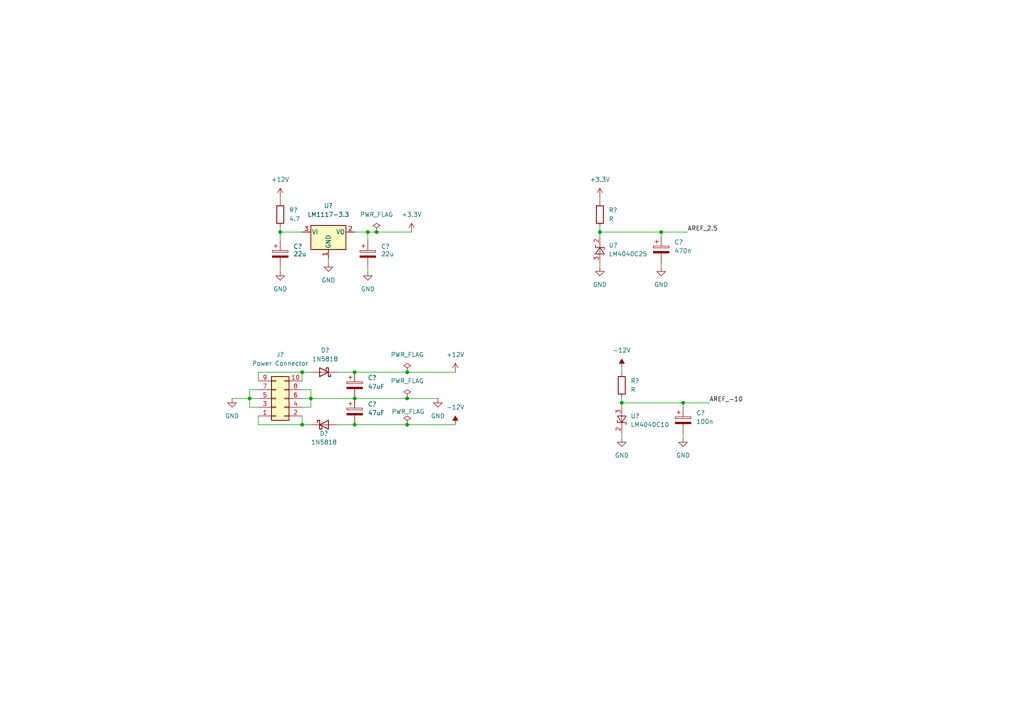
<source format=kicad_sch>
(kicad_sch (version 20211123) (generator eeschema)
  (paper "A4")
  (lib_symbols
    (symbol "Connector_Generic:Conn_02x05_Odd_Even" (pin_names (offset 1.016) hide)
      (property "Reference" "J" (at 1.27 7.62 0))
      (property "Value" "Conn_02x05_Odd_Even" (at 1.27 -7.62 0))
      (symbol "Conn_02x05_Odd_Even_1_1"
        (rectangle (start -1.27 -4.953) (end 0 -5.207) (stroke (width 0.1524)))
        (rectangle (start -1.27 -2.413) (end 0 -2.667) (stroke (width 0.1524)))
        (rectangle (start -1.27 0.127) (end 0 -0.127) (stroke (width 0.1524)))
        (rectangle (start -1.27 2.667) (end 0 2.413) (stroke (width 0.1524)))
        (rectangle (start -1.27 5.207) (end 0 4.953) (stroke (width 0.1524)))
        (rectangle (start -1.27 6.35) (end 3.81 -6.35) (stroke (width 0.254)) (fill (type background)))
        (rectangle (start 3.81 -4.953) (end 2.54 -5.207) (stroke (width 0.1524)))
        (rectangle (start 3.81 -2.413) (end 2.54 -2.667) (stroke (width 0.1524)))
        (rectangle (start 3.81 0.127) (end 2.54 -0.127) (stroke (width 0.1524)))
        (rectangle (start 3.81 2.667) (end 2.54 2.413) (stroke (width 0.1524)))
        (rectangle (start 3.81 5.207) (end 2.54 4.953) (stroke (width 0.1524)))
        (pin passive line (at -5.08 5.08 0) (length 3.81) (name "Pin_1") (number "1"))
        (pin passive line (at 7.62 -5.08 180) (length 3.81) (name "Pin_10") (number "10"))
        (pin passive line (at 7.62 5.08 180) (length 3.81) (name "Pin_2") (number "2"))
        (pin passive line (at -5.08 2.54 0) (length 3.81) (name "Pin_3") (number "3"))
        (pin passive line (at 7.62 2.54 180) (length 3.81) (name "Pin_4") (number "4"))
        (pin passive line (at -5.08 0 0) (length 3.81) (name "Pin_5") (number "5"))
        (pin passive line (at 7.62 0 180) (length 3.81) (name "Pin_6") (number "6"))
        (pin passive line (at -5.08 -2.54 0) (length 3.81) (name "Pin_7") (number "7"))
        (pin passive line (at 7.62 -2.54 180) (length 3.81) (name "Pin_8") (number "8"))
        (pin passive line (at -5.08 -5.08 0) (length 3.81) (name "Pin_9") (number "9"))
      )
    )
    (symbol "Device:C_Polarized" (pin_numbers hide) (pin_names (offset 0.254))
      (property "Reference" "C" (at 0.635 2.54 0))
      (property "Value" "C_Polarized" (at 0.635 -2.54 0))
      (symbol "C_Polarized_0_1"
        (rectangle (start -2.286 0.508) (end 2.286 1.016))
        (polyline (pts (xy -1.778 2.286) (xy -0.762 2.286)))
        (polyline (pts (xy -1.27 2.794) (xy -1.27 1.778)))
        (rectangle (start 2.286 -0.508) (end -2.286 -1.016) (fill (type outline)))
      )
      (symbol "C_Polarized_1_1"
        (pin passive line (at 0 3.81 270) (length 2.794) (name "~") (number "1"))
        (pin passive line (at 0 -3.81 90) (length 2.794) (name "~") (number "2"))
      )
    )
    (symbol "Device:R" (pin_numbers hide) (pin_names (offset 0))
      (property "Reference" "R" (at 2.032 0 90))
      (property "Value" "R" (at 0 0 90))
      (symbol "R_0_1"
        (rectangle (start -1.016 -2.54) (end 1.016 2.54) (stroke (width 0.254)))
      )
      (symbol "R_1_1"
        (pin passive line (at 0 3.81 270) (length 1.27) (name "~") (number "1"))
        (pin passive line (at 0 -3.81 90) (length 1.27) (name "~") (number "2"))
      )
    )
    (symbol "Diode:1N5818" (pin_numbers hide) (pin_names (offset 1.016) hide)
      (property "Reference" "D" (at 0 2.54 0))
      (property "Value" "1N5818" (at 0 -2.54 0))
      (symbol "1N5818_0_1"
        (polyline (pts (xy 1.27 0) (xy -1.27 0)))
        (polyline (pts (xy 1.27 1.27) (xy 1.27 -1.27) (xy -1.27 0) (xy 1.27 1.27)) (stroke (width 0.254)))
        (polyline (pts (xy -1.905 0.635) (xy -1.905 1.27) (xy -1.27 1.27) (xy -1.27 -1.27) (xy -0.635 -1.27) (xy -0.635 -0.635)) (stroke (width 0.254)))
      )
      (symbol "1N5818_1_1"
        (pin passive line (at -3.81 0 0) (length 2.54) (name "K") (number "1"))
        (pin passive line (at 3.81 0 180) (length 2.54) (name "A") (number "2"))
      )
    )
    (symbol "Reference_Voltage:LM4040LP-10" (pin_names (offset 0.0254) hide)
      (property "Reference" "U" (at 0 2.54 0))
      (property "Value" "LM4040LP-10" (at 0 -3.175 0))
      (symbol "LM4040LP-10_0_1"
        (polyline (pts (xy -1.27 0) (xy 0 0) (xy 1.27 0)))
        (polyline (pts (xy -1.27 -1.27) (xy 0.635 0) (xy -1.27 1.27) (xy -1.27 -1.27)) (stroke (width 0.2032)))
        (polyline (pts (xy 0 -1.27) (xy 0.635 -1.27) (xy 0.635 1.27) (xy 1.27 1.27)) (stroke (width 0.2032)))
      )
      (symbol "LM4040LP-10_1_1"
        (pin passive line (at 3.81 0 180) (length 2.54) (name "K") (number "2"))
        (pin passive line (at -3.81 0 0) (length 2.54) (name "A") (number "3"))
      )
    )
    (symbol "Reference_Voltage:LM4040LP-4.1" (pin_names (offset 0.0254) hide)
      (property "Reference" "U" (at 0 2.54 0))
      (property "Value" "LM4040LP-4.1" (at 0 -3.175 0))
      (symbol "LM4040LP-4.1_0_1"
        (polyline (pts (xy -1.27 0) (xy 0 0) (xy 1.27 0)))
        (polyline (pts (xy -1.27 -1.27) (xy 0.635 0) (xy -1.27 1.27) (xy -1.27 -1.27)) (stroke (width 0.2032)))
        (polyline (pts (xy 0 -1.27) (xy 0.635 -1.27) (xy 0.635 1.27) (xy 1.27 1.27)) (stroke (width 0.2032)))
      )
      (symbol "LM4040LP-4.1_1_1"
        (pin passive line (at 3.81 0 180) (length 2.54) (name "K") (number "2"))
        (pin passive line (at -3.81 0 0) (length 2.54) (name "A") (number "3"))
      )
    )
    (symbol "Regulator_Linear:LM1117-3.3" (pin_names (offset 0.254))
      (property "Reference" "U" (at -3.81 3.175 0))
      (property "Value" "LM1117-3.3" (at 0 3.175 0))
      (symbol "LM1117-3.3_0_1"
        (rectangle (start -5.08 -5.08) (end 5.08 1.905) (stroke (width 0.254)) (fill (type background)))
      )
      (symbol "LM1117-3.3_1_1"
        (pin power_in line (at 0 -7.62 90) (length 2.54) (name "GND") (number "1"))
        (pin power_out line (at 7.62 0 180) (length 2.54) (name "VO") (number "2"))
        (pin power_in line (at -7.62 0 0) (length 2.54) (name "VI") (number "3"))
      )
    )
    (symbol "power:+12V" (power) (pin_names (offset 0))
      (property "Value" "+12V" (at 0 3.556 0))
      (symbol "+12V_0_1"
        (polyline (pts (xy -0.762 1.27) (xy 0 2.54)))
        (polyline (pts (xy 0 0) (xy 0 2.54)))
        (polyline (pts (xy 0 2.54) (xy 0.762 1.27)))
      )
      (symbol "+12V_1_1"
        (pin power_in line (at 0 0 90) (length 0) hide (name "+12V") (number "1"))
      )
    )
    (symbol "power:+3.3V" (power) (pin_names (offset 0))
      (property "Value" "+3.3V" (at 0 3.556 0))
      (symbol "+3.3V_0_1"
        (polyline (pts (xy -0.762 1.27) (xy 0 2.54)))
        (polyline (pts (xy 0 0) (xy 0 2.54)))
        (polyline (pts (xy 0 2.54) (xy 0.762 1.27)))
      )
      (symbol "+3.3V_1_1"
        (pin power_in line (at 0 0 90) (length 0) hide (name "+3.3V") (number "1"))
      )
    )
    (symbol "power:-12V" (power) (pin_names (offset 0))
      (property "Value" "-12V" (at 0 3.81 0))
      (symbol "-12V_0_0"
        (pin power_in line (at 0 0 90) (length 0) hide (name "-12V") (number "1"))
      )
      (symbol "-12V_0_1"
        (polyline (pts (xy 0 0) (xy 0 1.27) (xy 0.762 1.27) (xy 0 2.54) (xy -0.762 1.27) (xy 0 1.27)) (fill (type outline)))
      )
    )
    (symbol "power:GND" (power) (pin_names (offset 0))
      (property "Value" "GND" (at 0 -3.81 0))
      (symbol "GND_0_1"
        (polyline (pts (xy 0 0) (xy 0 -1.27) (xy 1.27 -1.27) (xy 0 -2.54) (xy -1.27 -1.27) (xy 0 -1.27)))
      )
      (symbol "GND_1_1"
        (pin power_in line (at 0 0 270) (length 0) hide (name "GND") (number "1"))
      )
    )
    (symbol "power:PWR_FLAG" (power) (pin_numbers hide) (pin_names (offset 0) hide)
      (property "Value" "PWR_FLAG" (at 0 3.81 0))
      (symbol "PWR_FLAG_0_0"
        (pin power_out line (at 0 0 90) (length 0) (name "pwr") (number "1"))
      )
      (symbol "PWR_FLAG_0_1"
        (polyline (pts (xy 0 0) (xy 0 1.27) (xy -1.016 1.905) (xy 0 2.54) (xy 1.016 1.905) (xy 0 1.27)))
      )
    )
  )
  (junction (at 106.68 67.31))
  (junction (at 102.87 107.95))
  (junction (at 87.63 123.19))
  (junction (at 102.87 115.57))
  (junction (at 109.22 67.31))
  (junction (at 81.28 67.31))
  (junction (at 180.34 116.84))
  (junction (at 90.17 115.57))
  (junction (at 118.11 123.19))
  (junction (at 198.12 116.84))
  (junction (at 102.87 123.19))
  (junction (at 118.11 107.95))
  (junction (at 191.77 67.31))
  (junction (at 87.63 107.95))
  (junction (at 118.11 115.57))
  (junction (at 173.99 67.31))
  (junction (at 72.39 115.57))
  (wire (pts (xy 173.99 67.31) (xy 173.99 68.58)))
  (wire (pts (xy 74.93 110.49) (xy 74.93 107.95)))
  (wire (pts (xy 180.34 116.84) (xy 180.34 118.11)))
  (wire (pts (xy 72.39 118.11) (xy 74.93 118.11)))
  (wire (pts (xy 97.79 123.19) (xy 102.87 123.19)))
  (wire (pts (xy 191.77 76.2) (xy 191.77 77.47)))
  (wire (pts (xy 173.99 67.31) (xy 191.77 67.31)))
  (wire (pts (xy 118.11 107.95) (xy 132.08 107.95)))
  (wire (pts (xy 72.39 115.57) (xy 72.39 118.11)))
  (wire (pts (xy 95.25 74.93) (xy 95.25 76.2)))
  (wire (pts (xy 74.93 113.03) (xy 72.39 113.03)))
  (wire (pts (xy 198.12 116.84) (xy 198.12 118.11)))
  (wire (pts (xy 106.68 77.47) (xy 106.68 78.74)))
  (wire (pts (xy 198.12 125.73) (xy 198.12 127)))
  (wire (pts (xy 173.99 66.04) (xy 173.99 67.31)))
  (wire (pts (xy 90.17 113.03) (xy 87.63 113.03)))
  (wire (pts (xy 173.99 57.15) (xy 173.99 58.42)))
  (wire (pts (xy 180.34 115.57) (xy 180.34 116.84)))
  (wire (pts (xy 118.11 123.19) (xy 132.08 123.19)))
  (wire (pts (xy 180.34 106.68) (xy 180.34 107.95)))
  (wire (pts (xy 90.17 118.11) (xy 90.17 115.57)))
  (wire (pts (xy 81.28 66.04) (xy 81.28 67.31)))
  (wire (pts (xy 180.34 116.84) (xy 198.12 116.84)))
  (wire (pts (xy 81.28 77.47) (xy 81.28 78.74)))
  (wire (pts (xy 102.87 123.19) (xy 118.11 123.19)))
  (wire (pts (xy 87.63 123.19) (xy 90.17 123.19)))
  (wire (pts (xy 102.87 115.57) (xy 118.11 115.57)))
  (wire (pts (xy 102.87 67.31) (xy 106.68 67.31)))
  (wire (pts (xy 102.87 107.95) (xy 118.11 107.95)))
  (wire (pts (xy 198.12 116.84) (xy 205.74 116.84)))
  (wire (pts (xy 191.77 67.31) (xy 199.39 67.31)))
  (wire (pts (xy 87.63 123.19) (xy 87.63 120.65)))
  (wire (pts (xy 87.63 107.95) (xy 87.63 110.49)))
  (wire (pts (xy 87.63 118.11) (xy 90.17 118.11)))
  (wire (pts (xy 74.93 123.19) (xy 87.63 123.19)))
  (wire (pts (xy 118.11 115.57) (xy 127 115.57)))
  (wire (pts (xy 81.28 67.31) (xy 87.63 67.31)))
  (wire (pts (xy 72.39 113.03) (xy 72.39 115.57)))
  (wire (pts (xy 109.22 67.31) (xy 119.38 67.31)))
  (wire (pts (xy 87.63 107.95) (xy 90.17 107.95)))
  (wire (pts (xy 81.28 67.31) (xy 81.28 69.85)))
  (wire (pts (xy 106.68 67.31) (xy 106.68 69.85)))
  (wire (pts (xy 90.17 115.57) (xy 90.17 113.03)))
  (wire (pts (xy 191.77 67.31) (xy 191.77 68.58)))
  (wire (pts (xy 90.17 115.57) (xy 87.63 115.57)))
  (wire (pts (xy 173.99 76.2) (xy 173.99 77.47)))
  (wire (pts (xy 97.79 107.95) (xy 102.87 107.95)))
  (wire (pts (xy 72.39 115.57) (xy 74.93 115.57)))
  (wire (pts (xy 67.31 115.57) (xy 72.39 115.57)))
  (wire (pts (xy 74.93 120.65) (xy 74.93 123.19)))
  (wire (pts (xy 90.17 115.57) (xy 102.87 115.57)))
  (wire (pts (xy 106.68 67.31) (xy 109.22 67.31)))
  (wire (pts (xy 74.93 107.95) (xy 87.63 107.95)))
  (wire (pts (xy 81.28 57.15) (xy 81.28 58.42)))
  (wire (pts (xy 180.34 125.73) (xy 180.34 127)))
  (label "AREF_2.5" (at 199.39 67.31 0))
  (label "AREF_-10" (at 205.74 116.84 0))
  (symbol (lib_id "Connector_Generic:Conn_02x05_Odd_Even") (at 80.01 115.57 0) (mirror x) (unit 1)
    (property "Reference" "J?" (at 81.28 102.87 0))
    (property "Value" "Power Connector" (at 81.28 105.41 0))
    (property "Footprint" "Connector_IDC:IDC-Header_2x05_P2.54mm_Vertical" (effects hide))
    (property "Manufacturer" "ULO Group" (effects hide))
    (property "Manufacturer Part No." "BHD10PHZT" (effects hide))
    (property "Supplier" "Tayda" (effects hide))
    (property "Supplier Part No." "A-2939" (effects hide))
  )
  (symbol (lib_id "Device:C_Polarized") (at 102.87 119.38 0) (unit 1)
    (property "Reference" "C?" (at 106.68 117.2209 0) (effects (justify left)))
    (property "Value" "47uF" (at 106.68 119.7609 0) (effects (justify left)))
    (property "Footprint" "Capacitor_THT:CP_Radial_D5.0mm_P2.00mm" (effects hide))
    (property "Supplier" "Tayda" (effects hide))
    (property "Manufacturer" "AISHI" (effects hide))
    (property "Manufacturer Part No." "WK1CM100D11OT" (effects hide))
    (property "Supplier Part No." "A-3931" (effects hide))
  )
  (symbol (lib_id "Device:R") (at 173.99 62.23 0) (unit 1)
    (property "Reference" "R?" (at 176.53 60.9599 0) (effects (justify left)))
    (property "Value" "R" (at 176.53 63.4999 0) (effects (justify left)))
  )
  (symbol (lib_id "Device:C_Polarized") (at 198.12 121.92 0) (unit 1)
    (property "Reference" "C?" (at 201.93 119.7609 0) (effects (justify left)))
    (property "Value" "100n" (at 201.93 122.3009 0) (effects (justify left)))
  )
  (symbol (lib_id "power:GND") (at 81.28 78.74 0) (unit 1)
    (property "Reference" "#PWR?" (effects hide))
    (property "Value" "GND" (at 81.28 83.82 0))
  )
  (symbol (lib_id "power:GND") (at 106.68 78.74 0) (unit 1)
    (property "Reference" "#PWR?" (effects hide))
    (property "Value" "GND" (at 106.68 83.82 0))
  )
  (symbol (lib_id "Diode:1N5818") (at 93.98 123.19 0) (unit 1)
    (property "Reference" "D?" (at 93.98 125.73 0))
    (property "Value" "1N5818" (at 93.98 128.27 0))
    (property "Footprint" "Diode_THT:D_DO-41_SOD81_P10.16mm_Horizontal" (effects hide))
    (property "Datasheet" "http://www.vishay.com/docs/88525/1n5817.pdf" (effects hide))
    (property "Supplier" "Tayda" (effects hide))
    (property "Manufacturer" "TEC" (effects hide))
    (property "Manufacturer Part No." "1N5817" (effects hide))
    (property "Supplier Part No." "A-252" (effects hide))
  )
  (symbol (lib_id "power:+12V") (at 132.08 107.95 0) (unit 1)
    (property "Reference" "#PWR?" (effects hide))
    (property "Value" "+12V" (at 132.08 102.87 0))
  )
  (symbol (lib_id "Diode:1N5818") (at 93.98 107.95 180) (unit 1)
    (property "Reference" "D?" (at 94.2975 101.6 0))
    (property "Value" "1N5818" (at 94.2975 104.14 0))
    (property "Footprint" "Diode_THT:D_DO-41_SOD81_P10.16mm_Horizontal" (effects hide))
    (property "Datasheet" "http://www.vishay.com/docs/88525/1n5817.pdf" (effects hide))
    (property "Supplier" "Tayda" (effects hide))
    (property "Manufacturer" "TEC" (effects hide))
    (property "Manufacturer Part No." "1N5817" (effects hide))
    (property "Supplier Part No." "A-252" (effects hide))
  )
  (symbol (lib_id "power:GND") (at 127 115.57 0) (unit 1)
    (property "Reference" "#PWR?" (effects hide))
    (property "Value" "GND" (at 127 120.65 0))
  )
  (symbol (lib_id "Reference_Voltage:LM4040LP-10") (at 180.34 121.92 270) (unit 1)
    (property "Reference" "U?" (at 182.88 120.6499 90) (effects (justify left)))
    (property "Value" "LM4040C10" (at 182.88 123.1899 90) (effects (justify left)))
    (property "Footprint" "Package_TO_SOT_THT:TO-92_Inline" (effects hide))
    (property "Datasheet" "http://www.ti.com/lit/ds/symlink/lm4040-n.pdf" (effects hide))
  )
  (symbol (lib_id "Device:R") (at 180.34 111.76 0) (unit 1)
    (property "Reference" "R?" (at 182.88 110.4899 0) (effects (justify left)))
    (property "Value" "R" (at 182.88 113.0299 0) (effects (justify left)))
  )
  (symbol (lib_id "power:-12V") (at 132.08 123.19 0) (unit 1)
    (property "Reference" "#PWR?" (effects hide))
    (property "Value" "-12V" (at 132.08 118.11 0))
  )
  (symbol (lib_id "Device:C_Polarized") (at 81.28 73.66 0) (unit 1)
    (property "Reference" "C?" (at 85.09 71.5009 0) (effects (justify left)))
    (property "Value" "22u" (at 85.09 73.66 0) (effects (justify left)))
  )
  (symbol (lib_id "power:GND") (at 95.25 76.2 0) (unit 1)
    (property "Reference" "#PWR?" (effects hide))
    (property "Value" "GND" (at 95.25 81.28 0))
  )
  (symbol (lib_id "power:GND") (at 173.99 77.47 0) (unit 1)
    (property "Reference" "#PWR?" (effects hide))
    (property "Value" "GND" (at 173.99 82.55 0))
  )
  (symbol (lib_id "power:GND") (at 180.34 127 0) (unit 1)
    (property "Reference" "#PWR?" (effects hide))
    (property "Value" "GND" (at 180.34 132.08 0))
  )
  (symbol (lib_id "power:PWR_FLAG") (at 118.11 123.19 0) (unit 1)
    (property "Reference" "#FLG?" (effects hide))
    (property "Value" "PWR_FLAG" (at 123.19 119.38 0) (effects (justify right)))
  )
  (symbol (lib_id "power:+3.3V") (at 173.99 57.15 0) (unit 1)
    (property "Reference" "#PWR?" (effects hide))
    (property "Value" "+3.3V" (at 173.99 52.07 0))
  )
  (symbol (lib_id "power:PWR_FLAG") (at 109.22 67.31 0) (unit 1)
    (property "Reference" "#FLG?" (effects hide))
    (property "Value" "PWR_FLAG" (at 109.22 62.23 0))
  )
  (symbol (lib_id "power:+3.3V") (at 119.38 67.31 0) (unit 1)
    (property "Reference" "#PWR?" (effects hide))
    (property "Value" "+3.3V" (at 119.38 62.23 0))
  )
  (symbol (lib_id "Device:C_Polarized") (at 106.68 73.66 0) (unit 1)
    (property "Reference" "C?" (at 110.49 71.5009 0) (effects (justify left)))
    (property "Value" "22u" (at 110.49 73.66 0) (effects (justify left)))
  )
  (symbol (lib_id "power:GND") (at 67.31 115.57 0) (unit 1)
    (property "Reference" "#PWR?" (effects hide))
    (property "Value" "GND" (at 67.31 120.65 0))
  )
  (symbol (lib_id "power:GND") (at 198.12 127 0) (unit 1)
    (property "Reference" "#PWR?" (effects hide))
    (property "Value" "GND" (at 198.12 132.08 0))
  )
  (symbol (lib_id "power:GND") (at 191.77 77.47 0) (unit 1)
    (property "Reference" "#PWR?" (effects hide))
    (property "Value" "GND" (at 191.77 82.55 0))
  )
  (symbol (lib_id "power:PWR_FLAG") (at 118.11 115.57 0) (unit 1)
    (property "Reference" "#FLG?" (effects hide))
    (property "Value" "PWR_FLAG" (at 118.11 110.49 0))
  )
  (symbol (lib_id "power:+12V") (at 81.28 57.15 0) (unit 1)
    (property "Reference" "#PWR?" (effects hide))
    (property "Value" "+12V" (at 81.28 52.07 0))
  )
  (symbol (lib_id "Device:C_Polarized") (at 102.87 111.76 0) (unit 1)
    (property "Reference" "C?" (at 106.68 109.6009 0) (effects (justify left)))
    (property "Value" "47uF" (at 106.68 112.1409 0) (effects (justify left)))
    (property "Footprint" "Capacitor_THT:CP_Radial_D5.0mm_P2.00mm" (effects hide))
    (property "Supplier" "Tayda" (effects hide))
    (property "Manufacturer" "AISHI" (effects hide))
    (property "Manufacturer Part No." "WK1CM100D11OT" (effects hide))
    (property "Supplier Part No." "A-3931" (effects hide))
  )
  (symbol (lib_id "power:PWR_FLAG") (at 118.11 107.95 0) (unit 1)
    (property "Reference" "#FLG?" (effects hide))
    (property "Value" "PWR_FLAG" (at 118.11 102.87 0))
  )
  (symbol (lib_id "Regulator_Linear:LM1117-3.3") (at 95.25 67.31 0) (unit 1)
    (property "Reference" "U?" (at 95.25 59.69 0))
    (property "Value" "LM1117-3.3" (at 95.25 62.23 0))
    (property "Datasheet" "http://www.ti.com/lit/ds/symlink/lm1117.pdf" (effects hide))
  )
  (symbol (lib_id "power:-12V") (at 180.34 106.68 0) (unit 1)
    (property "Reference" "#PWR?" (effects hide))
    (property "Value" "-12V" (at 180.34 101.6 0))
  )
  (symbol (lib_id "Device:C_Polarized") (at 191.77 72.39 0) (unit 1)
    (property "Reference" "C?" (at 195.58 70.2309 0) (effects (justify left)))
    (property "Value" "470n" (at 195.58 72.7709 0) (effects (justify left)))
  )
  (symbol (lib_id "Reference_Voltage:LM4040LP-4.1") (at 173.99 72.39 90) (unit 1)
    (property "Reference" "U?" (at 176.53 71.1199 90) (effects (justify right)))
    (property "Value" "LM4040C25" (at 176.53 73.6599 90) (effects (justify right)))
    (property "Footprint" "Package_TO_SOT_THT:TO-92_Inline" (effects hide))
    (property "Datasheet" "http://www.ti.com/lit/ds/symlink/lm4040-n.pdf" (effects hide))
  )
  (symbol (lib_id "Device:R") (at 81.28 62.23 0) (unit 1)
    (property "Reference" "R?" (at 83.82 60.9599 0) (effects (justify left)))
    (property "Value" "4.7" (at 83.82 63.4999 0) (effects (justify left)))
  )
)
</source>
